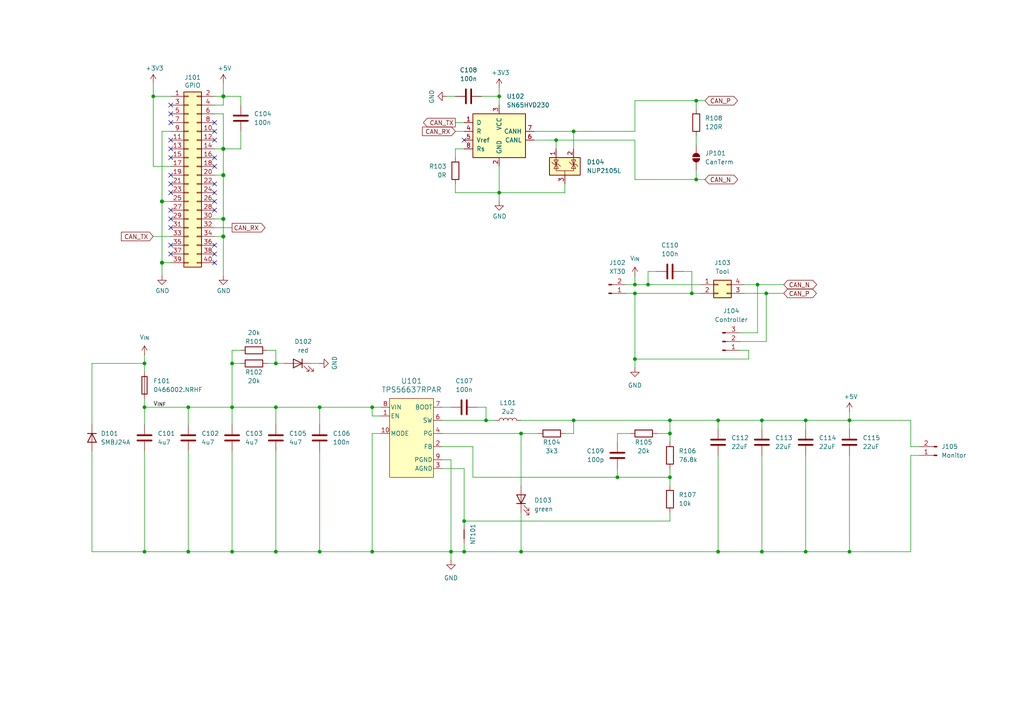
<source format=kicad_sch>
(kicad_sch (version 20250114) (generator "eeschema") (generator_version "9.0")
  (paper "A4")
  (title_block (title "Rock 5 CANbus and Power HAT") (date "15 nov 2012") (rev "0") (company "Eduard Iten") (comment 3 "Radxa ROCK 5B (V1.x). Not compatible with 5B+ or 5A/C due to Pinout changes.") (comment 4 "Compatibility:"))
  (lib_symbols
    (symbol "Connector:Conn_01x02_Pin" (pin_names (offset 1.016) (hide yes))
      (property "Reference" "J" (at 0 2.54 0))
      (property "Value" "Conn_01x02_Pin" (at 0 -5.08 0))
      (symbol "Conn_01x02_Pin_1_1"
        (rectangle (start 0.8636 0.127) (end 0 -0.127) (stroke (width 0.1524)) (fill (type outline)))
        (rectangle (start 0.8636 -2.413) (end 0 -2.667) (stroke (width 0.1524)) (fill (type outline)))
        (polyline (pts (xy 1.27 0) (xy 0.8636 0)) (stroke (width 0.1524)))
        (polyline (pts (xy 1.27 -2.54) (xy 0.8636 -2.54)) (stroke (width 0.1524)))
        (pin passive line (at 5.08 0 180) (length 3.81) (name "Pin_1") (number "1"))
        (pin passive line (at 5.08 -2.54 180) (length 3.81) (name "Pin_2") (number "2"))
      )
    )
    (symbol "Connector:Conn_01x03_Pin" (pin_names (offset 1.016) (hide yes))
      (property "Reference" "J" (at 0 5.08 0))
      (property "Value" "Conn_01x03_Pin" (at 0 -5.08 0))
      (symbol "Conn_01x03_Pin_1_1"
        (rectangle (start 0.8636 2.667) (end 0 2.413) (stroke (width 0.1524)) (fill (type outline)))
        (rectangle (start 0.8636 0.127) (end 0 -0.127) (stroke (width 0.1524)) (fill (type outline)))
        (rectangle (start 0.8636 -2.413) (end 0 -2.667) (stroke (width 0.1524)) (fill (type outline)))
        (polyline (pts (xy 1.27 2.54) (xy 0.8636 2.54)) (stroke (width 0.1524)))
        (polyline (pts (xy 1.27 0) (xy 0.8636 0)) (stroke (width 0.1524)))
        (polyline (pts (xy 1.27 -2.54) (xy 0.8636 -2.54)) (stroke (width 0.1524)))
        (pin passive line (at 5.08 2.54 180) (length 3.81) (name "Pin_1") (number "1"))
        (pin passive line (at 5.08 0 180) (length 3.81) (name "Pin_2") (number "2"))
        (pin passive line (at 5.08 -2.54 180) (length 3.81) (name "Pin_3") (number "3"))
      )
    )
    (symbol "Connector_Generic:Conn_02x02_Counter_Clockwise" (pin_names (offset 1.016) (hide yes))
      (property "Reference" "J" (at 1.27 2.54 0))
      (property "Value" "Conn_02x02_Counter_Clockwise" (at 1.27 -5.08 0))
      (symbol "Conn_02x02_Counter_Clockwise_1_1"
        (rectangle (start -1.27 1.27) (end 3.81 -3.81) (stroke (width 0.254)) (fill (type background)))
        (rectangle (start -1.27 0.127) (end 0 -0.127) (stroke (width 0.1524)))
        (rectangle (start -1.27 -2.413) (end 0 -2.667) (stroke (width 0.1524)))
        (rectangle (start 3.81 0.127) (end 2.54 -0.127) (stroke (width 0.1524)))
        (rectangle (start 3.81 -2.413) (end 2.54 -2.667) (stroke (width 0.1524)))
        (pin passive line (at -5.08 0 0) (length 3.81) (name "Pin_1") (number "1"))
        (pin passive line (at -5.08 -2.54 0) (length 3.81) (name "Pin_2") (number "2"))
        (pin passive line (at 7.62 0 180) (length 3.81) (name "Pin_4") (number "4"))
        (pin passive line (at 7.62 -2.54 180) (length 3.81) (name "Pin_3") (number "3"))
      )
    )
    (symbol "Connector_Generic:Conn_02x20_Odd_Even" (pin_names (offset 1.016) (hide yes))
      (property "Reference" "J" (at 1.27 25.4 0))
      (property "Value" "Conn_02x20_Odd_Even" (at 1.27 -27.94 0))
      (symbol "Conn_02x20_Odd_Even_1_1"
        (rectangle (start -1.27 24.13) (end 3.81 -26.67) (stroke (width 0.254)) (fill (type background)))
        (rectangle (start -1.27 22.987) (end 0 22.733) (stroke (width 0.1524)))
        (rectangle (start -1.27 20.447) (end 0 20.193) (stroke (width 0.1524)))
        (rectangle (start -1.27 17.907) (end 0 17.653) (stroke (width 0.1524)))
        (rectangle (start -1.27 15.367) (end 0 15.113) (stroke (width 0.1524)))
        (rectangle (start -1.27 12.827) (end 0 12.573) (stroke (width 0.1524)))
        (rectangle (start -1.27 10.287) (end 0 10.033) (stroke (width 0.1524)))
        (rectangle (start -1.27 7.747) (end 0 7.493) (stroke (width 0.1524)))
        (rectangle (start -1.27 5.207) (end 0 4.953) (stroke (width 0.1524)))
        (rectangle (start -1.27 2.667) (end 0 2.413) (stroke (width 0.1524)))
        (rectangle (start -1.27 0.127) (end 0 -0.127) (stroke (width 0.1524)))
        (rectangle (start -1.27 -2.413) (end 0 -2.667) (stroke (width 0.1524)))
        (rectangle (start -1.27 -4.953) (end 0 -5.207) (stroke (width 0.1524)))
        (rectangle (start -1.27 -7.493) (end 0 -7.747) (stroke (width 0.1524)))
        (rectangle (start -1.27 -10.033) (end 0 -10.287) (stroke (width 0.1524)))
        (rectangle (start -1.27 -12.573) (end 0 -12.827) (stroke (width 0.1524)))
        (rectangle (start -1.27 -15.113) (end 0 -15.367) (stroke (width 0.1524)))
        (rectangle (start -1.27 -17.653) (end 0 -17.907) (stroke (width 0.1524)))
        (rectangle (start -1.27 -20.193) (end 0 -20.447) (stroke (width 0.1524)))
        (rectangle (start -1.27 -22.733) (end 0 -22.987) (stroke (width 0.1524)))
        (rectangle (start -1.27 -25.273) (end 0 -25.527) (stroke (width 0.1524)))
        (rectangle (start 3.81 22.987) (end 2.54 22.733) (stroke (width 0.1524)))
        (rectangle (start 3.81 20.447) (end 2.54 20.193) (stroke (width 0.1524)))
        (rectangle (start 3.81 17.907) (end 2.54 17.653) (stroke (width 0.1524)))
        (rectangle (start 3.81 15.367) (end 2.54 15.113) (stroke (width 0.1524)))
        (rectangle (start 3.81 12.827) (end 2.54 12.573) (stroke (width 0.1524)))
        (rectangle (start 3.81 10.287) (end 2.54 10.033) (stroke (width 0.1524)))
        (rectangle (start 3.81 7.747) (end 2.54 7.493) (stroke (width 0.1524)))
        (rectangle (start 3.81 5.207) (end 2.54 4.953) (stroke (width 0.1524)))
        (rectangle (start 3.81 2.667) (end 2.54 2.413) (stroke (width 0.1524)))
        (rectangle (start 3.81 0.127) (end 2.54 -0.127) (stroke (width 0.1524)))
        (rectangle (start 3.81 -2.413) (end 2.54 -2.667) (stroke (width 0.1524)))
        (rectangle (start 3.81 -4.953) (end 2.54 -5.207) (stroke (width 0.1524)))
        (rectangle (start 3.81 -7.493) (end 2.54 -7.747) (stroke (width 0.1524)))
        (rectangle (start 3.81 -10.033) (end 2.54 -10.287) (stroke (width 0.1524)))
        (rectangle (start 3.81 -12.573) (end 2.54 -12.827) (stroke (width 0.1524)))
        (rectangle (start 3.81 -15.113) (end 2.54 -15.367) (stroke (width 0.1524)))
        (rectangle (start 3.81 -17.653) (end 2.54 -17.907) (stroke (width 0.1524)))
        (rectangle (start 3.81 -20.193) (end 2.54 -20.447) (stroke (width 0.1524)))
        (rectangle (start 3.81 -22.733) (end 2.54 -22.987) (stroke (width 0.1524)))
        (rectangle (start 3.81 -25.273) (end 2.54 -25.527) (stroke (width 0.1524)))
        (pin passive line (at -5.08 22.86 0) (length 3.81) (name "Pin_1") (number "1"))
        (pin passive line (at -5.08 20.32 0) (length 3.81) (name "Pin_3") (number "3"))
        (pin passive line (at -5.08 17.78 0) (length 3.81) (name "Pin_5") (number "5"))
        (pin passive line (at -5.08 15.24 0) (length 3.81) (name "Pin_7") (number "7"))
        (pin passive line (at -5.08 12.7 0) (length 3.81) (name "Pin_9") (number "9"))
        (pin passive line (at -5.08 10.16 0) (length 3.81) (name "Pin_11") (number "11"))
        (pin passive line (at -5.08 7.62 0) (length 3.81) (name "Pin_13") (number "13"))
        (pin passive line (at -5.08 5.08 0) (length 3.81) (name "Pin_15") (number "15"))
        (pin passive line (at -5.08 2.54 0) (length 3.81) (name "Pin_17") (number "17"))
        (pin passive line (at -5.08 0 0) (length 3.81) (name "Pin_19") (number "19"))
        (pin passive line (at -5.08 -2.54 0) (length 3.81) (name "Pin_21") (number "21"))
        (pin passive line (at -5.08 -5.08 0) (length 3.81) (name "Pin_23") (number "23"))
        (pin passive line (at -5.08 -7.62 0) (length 3.81) (name "Pin_25") (number "25"))
        (pin passive line (at -5.08 -10.16 0) (length 3.81) (name "Pin_27") (number "27"))
        (pin passive line (at -5.08 -12.7 0) (length 3.81) (name "Pin_29") (number "29"))
        (pin passive line (at -5.08 -15.24 0) (length 3.81) (name "Pin_31") (number "31"))
        (pin passive line (at -5.08 -17.78 0) (length 3.81) (name "Pin_33") (number "33"))
        (pin passive line (at -5.08 -20.32 0) (length 3.81) (name "Pin_35") (number "35"))
        (pin passive line (at -5.08 -22.86 0) (length 3.81) (name "Pin_37") (number "37"))
        (pin passive line (at -5.08 -25.4 0) (length 3.81) (name "Pin_39") (number "39"))
        (pin passive line (at 7.62 22.86 180) (length 3.81) (name "Pin_2") (number "2"))
        (pin passive line (at 7.62 20.32 180) (length 3.81) (name "Pin_4") (number "4"))
        (pin passive line (at 7.62 17.78 180) (length 3.81) (name "Pin_6") (number "6"))
        (pin passive line (at 7.62 15.24 180) (length 3.81) (name "Pin_8") (number "8"))
        (pin passive line (at 7.62 12.7 180) (length 3.81) (name "Pin_10") (number "10"))
        (pin passive line (at 7.62 10.16 180) (length 3.81) (name "Pin_12") (number "12"))
        (pin passive line (at 7.62 7.62 180) (length 3.81) (name "Pin_14") (number "14"))
        (pin passive line (at 7.62 5.08 180) (length 3.81) (name "Pin_16") (number "16"))
        (pin passive line (at 7.62 2.54 180) (length 3.81) (name "Pin_18") (number "18"))
        (pin passive line (at 7.62 0 180) (length 3.81) (name "Pin_20") (number "20"))
        (pin passive line (at 7.62 -2.54 180) (length 3.81) (name "Pin_22") (number "22"))
        (pin passive line (at 7.62 -5.08 180) (length 3.81) (name "Pin_24") (number "24"))
        (pin passive line (at 7.62 -7.62 180) (length 3.81) (name "Pin_26") (number "26"))
        (pin passive line (at 7.62 -10.16 180) (length 3.81) (name "Pin_28") (number "28"))
        (pin passive line (at 7.62 -12.7 180) (length 3.81) (name "Pin_30") (number "30"))
        (pin passive line (at 7.62 -15.24 180) (length 3.81) (name "Pin_32") (number "32"))
        (pin passive line (at 7.62 -17.78 180) (length 3.81) (name "Pin_34") (number "34"))
        (pin passive line (at 7.62 -20.32 180) (length 3.81) (name "Pin_36") (number "36"))
        (pin passive line (at 7.62 -22.86 180) (length 3.81) (name "Pin_38") (number "38"))
        (pin passive line (at 7.62 -25.4 180) (length 3.81) (name "Pin_40") (number "40"))
      )
    )
    (symbol "Device:C" (pin_numbers (hide yes)) (pin_names (offset 0.254))
      (property "Reference" "C" (at 0.635 2.54 0))
      (property "Value" "C" (at 0.635 -2.54 0))
      (symbol "C_0_1"
        (polyline (pts (xy -2.032 0.762) (xy 2.032 0.762)) (stroke (width 0.508)))
        (polyline (pts (xy -2.032 -0.762) (xy 2.032 -0.762)) (stroke (width 0.508)))
      )
      (symbol "C_1_1"
        (pin passive line (at 0 3.81 270) (length 2.794) (name "~") (number "1"))
        (pin passive line (at 0 -3.81 90) (length 2.794) (name "~") (number "2"))
      )
    )
    (symbol "Device:D" (pin_numbers (hide yes)) (pin_names (offset 1.016) (hide yes))
      (property "Reference" "D" (at 0 2.54 0))
      (property "Value" "D" (at 0 -2.54 0))
      (symbol "D_0_1"
        (polyline (pts (xy -1.27 1.27) (xy -1.27 -1.27)) (stroke (width 0.254)))
        (polyline (pts (xy 1.27 1.27) (xy 1.27 -1.27) (xy -1.27 0) (xy 1.27 1.27)) (stroke (width 0.254)))
        (polyline (pts (xy 1.27 0) (xy -1.27 0)))
      )
      (symbol "D_1_1"
        (pin passive line (at -3.81 0 0) (length 2.54) (name "K") (number "1"))
        (pin passive line (at 3.81 0 180) (length 2.54) (name "A") (number "2"))
      )
    )
    (symbol "Device:Fuse" (pin_numbers (hide yes)) (pin_names (offset 0))
      (property "Reference" "F" (at 2.032 0 90))
      (property "Value" "Fuse" (at -1.905 0 90))
      (symbol "Fuse_0_1"
        (rectangle (start -0.762 -2.54) (end 0.762 2.54) (stroke (width 0.254)))
        (polyline (pts (xy 0 2.54) (xy 0 -2.54)))
      )
      (symbol "Fuse_1_1"
        (pin passive line (at 0 3.81 270) (length 1.27) (name "~") (number "1"))
        (pin passive line (at 0 -3.81 90) (length 1.27) (name "~") (number "2"))
      )
    )
    (symbol "Device:L" (pin_numbers (hide yes)) (pin_names (offset 1.016) (hide yes))
      (property "Reference" "L" (at -1.27 0 90))
      (property "Value" "L" (at 1.905 0 90))
      (symbol "L_0_1"
        (arc (start 0 2.54) (mid 0.6323 1.905) (end 0 1.27))
        (arc (start 0 1.27) (mid 0.6323 0.635) (end 0 0))
        (arc (start 0 0) (mid 0.6323 -0.635) (end 0 -1.27))
        (arc (start 0 -1.27) (mid 0.6323 -1.905) (end 0 -2.54))
      )
      (symbol "L_1_1"
        (pin passive line (at 0 3.81 270) (length 1.27) (name "1") (number "1"))
        (pin passive line (at 0 -3.81 90) (length 1.27) (name "2") (number "2"))
      )
    )
    (symbol "Device:LED" (pin_numbers (hide yes)) (pin_names (offset 1.016) (hide yes))
      (property "Reference" "D" (at 0 2.54 0))
      (property "Value" "LED" (at 0 -2.54 0))
      (symbol "LED_0_1"
        (polyline (pts (xy -3.048 -0.762) (xy -4.572 -2.286) (xy -3.81 -2.286) (xy -4.572 -2.286) (xy -4.572 -1.524)))
        (polyline (pts (xy -1.778 -0.762) (xy -3.302 -2.286) (xy -2.54 -2.286) (xy -3.302 -2.286) (xy -3.302 -1.524)))
        (polyline (pts (xy -1.27 0) (xy 1.27 0)))
        (polyline (pts (xy -1.27 -1.27) (xy -1.27 1.27)) (stroke (width 0.254)))
        (polyline (pts (xy 1.27 -1.27) (xy 1.27 1.27) (xy -1.27 0) (xy 1.27 -1.27)) (stroke (width 0.254)))
      )
      (symbol "LED_1_1"
        (pin passive line (at -3.81 0 0) (length 2.54) (name "K") (number "1"))
        (pin passive line (at 3.81 0 180) (length 2.54) (name "A") (number "2"))
      )
    )
    (symbol "Device:NetTie_2" (pin_numbers (hide yes)) (pin_names (offset 0) (hide yes)) (in_bom no)
      (property "Reference" "NT" (at 0 1.27 0))
      (property "Value" "NetTie_2" (at 0 -1.27 0))
      (symbol "NetTie_2_0_1"
        (polyline (pts (xy -1.27 0) (xy 1.27 0)) (stroke (width 0.254)))
      )
      (symbol "NetTie_2_1_1"
        (pin passive line (at -2.54 0 0) (length 2.54) (name "1") (number "1"))
        (pin passive line (at 2.54 0 180) (length 2.54) (name "2") (number "2"))
      )
    )
    (symbol "Device:R" (pin_numbers (hide yes)) (pin_names (offset 0))
      (property "Reference" "R" (at 2.032 0 90))
      (property "Value" "R" (at 0 0 90))
      (symbol "R_0_1"
        (rectangle (start -1.016 -2.54) (end 1.016 2.54) (stroke (width 0.254)))
      )
      (symbol "R_1_1"
        (pin passive line (at 0 3.81 270) (length 1.27) (name "~") (number "1"))
        (pin passive line (at 0 -3.81 90) (length 1.27) (name "~") (number "2"))
      )
    )
    (symbol "Interface_CAN_LIN:SN65HVD230" (pin_names (offset 1.016))
      (property "Reference" "U" (at -2.54 10.16 0))
      (property "Value" "SN65HVD230" (at -2.54 7.62 0))
      (symbol "SN65HVD230_0_1"
        (rectangle (start -7.62 5.08) (end 7.62 -7.62) (stroke (width 0.254)) (fill (type background)))
      )
      (symbol "SN65HVD230_1_1"
        (pin input line (at -10.16 2.54 0) (length 2.54) (name "D") (number "1"))
        (pin output line (at -10.16 0 0) (length 2.54) (name "R") (number "4"))
        (pin output line (at -10.16 -2.54 0) (length 2.54) (name "Vref") (number "5"))
        (pin input line (at -10.16 -5.08 0) (length 2.54) (name "Rs") (number "8"))
        (pin power_in line (at 0 7.62 270) (length 2.54) (name "VCC") (number "3"))
        (pin power_in line (at 0 -10.16 90) (length 2.54) (name "GND") (number "2"))
        (pin bidirectional line (at 10.16 0 180) (length 2.54) (name "CANH") (number "7"))
        (pin bidirectional line (at 10.16 -2.54 180) (length 2.54) (name "CANL") (number "6"))
      )
    )
    (symbol "Jumper:SolderJumper_2_Open" (pin_numbers (hide yes)) (pin_names (offset 0) (hide yes)) (in_bom no)
      (property "Reference" "JP" (at 0 2.032 0))
      (property "Value" "SolderJumper_2_Open" (at 0 -2.54 0))
      (symbol "SolderJumper_2_Open_0_1"
        (polyline (pts (xy -0.254 1.016) (xy -0.254 -1.016)))
        (arc (start -0.254 -1.016) (mid -1.2656 0) (end -0.254 1.016))
        (arc (start -0.254 -1.016) (mid -1.2656 0) (end -0.254 1.016) (fill (type outline)))
        (arc (start 0.254 1.016) (mid 1.2656 0) (end 0.254 -1.016))
        (arc (start 0.254 1.016) (mid 1.2656 0) (end 0.254 -1.016) (fill (type outline)))
        (polyline (pts (xy 0.254 1.016) (xy 0.254 -1.016)))
      )
      (symbol "SolderJumper_2_Open_1_1"
        (pin passive line (at -3.81 0 0) (length 2.54) (name "A") (number "1"))
        (pin passive line (at 3.81 0 180) (length 2.54) (name "B") (number "2"))
      )
    )
    (symbol "Power_Protection:NUP2105L" (pin_names (hide yes))
      (property "Reference" "D" (at 5.715 2.54 0))
      (property "Value" "NUP2105L" (at 5.715 0.635 0))
      (symbol "NUP2105L_0_0"
        (pin passive line (at 0 -5.08 90) (length 2.54) (name "A") (number "3"))
      )
      (symbol "NUP2105L_0_1"
        (rectangle (start -4.445 2.54) (end 4.445 -2.54) (stroke (width 0.254)) (fill (type background)))
        (polyline (pts (xy -3.81 1.27) (xy -3.175 0.635) (xy -1.905 0.635) (xy -1.27 0)))
        (polyline (pts (xy -2.54 2.54) (xy -2.54 0.635)))
        (polyline (pts (xy -2.54 0.635) (xy -2.54 -1.27) (xy 2.54 -1.27) (xy 2.54 0.635)))
        (polyline (pts (xy -2.54 0.635) (xy -1.905 -0.635) (xy -3.175 -0.635) (xy -2.54 0.635)))
        (polyline (pts (xy -2.54 0.635) (xy -3.175 1.905) (xy -1.905 1.905) (xy -2.54 0.635) (xy -2.54 1.27)))
        (polyline (pts (xy 0 -1.27) (xy 0 -2.54)))
        (polyline (pts (xy 1.27 1.27) (xy 1.905 0.635) (xy 2.54 0.635) (xy 3.175 0.635) (xy 3.81 0)))
        (polyline (pts (xy 2.54 2.54) (xy 2.54 0.635)))
        (polyline (pts (xy 2.54 0.635) (xy 1.905 -0.635) (xy 3.175 -0.635) (xy 2.54 0.635)))
        (polyline (pts (xy 2.54 0.635) (xy 3.175 1.905) (xy 1.905 1.905) (xy 2.54 0.635)))
      )
      (symbol "NUP2105L_1_1"
        (pin passive line (at -2.54 5.08 270) (length 2.54) (name "K") (number "1"))
        (pin passive line (at 2.54 5.08 270) (length 2.54) (name "K") (number "2"))
      )
    )
    (symbol "power:+3.3V" (power) (pin_numbers (hide yes)) (pin_names (offset 0) (hide yes))
      (property "Value" "+3.3V" (at 0 3.556 0))
      (symbol "+3.3V_0_1"
        (polyline (pts (xy -0.762 1.27) (xy 0 2.54)))
        (polyline (pts (xy 0 2.54) (xy 0.762 1.27)))
        (polyline (pts (xy 0 0) (xy 0 2.54)))
      )
      (symbol "+3.3V_1_1"
        (pin power_in line (at 0 0 90) (length 0) (name "~") (number "1"))
      )
    )
    (symbol "power:+5V" (power) (pin_numbers (hide yes)) (pin_names (offset 0) (hide yes))
      (property "Value" "+5V" (at 0 3.556 0))
      (symbol "+5V_0_1"
        (polyline (pts (xy -0.762 1.27) (xy 0 2.54)))
        (polyline (pts (xy 0 2.54) (xy 0.762 1.27)))
        (polyline (pts (xy 0 0) (xy 0 2.54)))
      )
      (symbol "+5V_1_1"
        (pin power_in line (at 0 0 90) (length 0) (name "~") (number "1"))
      )
    )
    (symbol "power:GND" (power) (pin_numbers (hide yes)) (pin_names (offset 0) (hide yes))
      (property "Value" "GND" (at 0 -3.81 0))
      (symbol "GND_0_1"
        (polyline (pts (xy 0 0) (xy 0 -1.27) (xy 1.27 -1.27) (xy 0 -2.54) (xy -1.27 -1.27) (xy 0 -1.27)))
      )
      (symbol "GND_1_1"
        (pin power_in line (at 0 0 270) (length 0) (name "~") (number "1"))
      )
    )
    (symbol "power:VCC" (power) (pin_numbers (hide yes)) (pin_names (offset 0) (hide yes))
      (property "Value" "VCC" (at 0 3.556 0))
      (symbol "VCC_0_1"
        (polyline (pts (xy -0.762 1.27) (xy 0 2.54)))
        (polyline (pts (xy 0 2.54) (xy 0.762 1.27)))
        (polyline (pts (xy 0 0) (xy 0 2.54)))
      )
      (symbol "VCC_1_1"
        (pin power_in line (at 0 0 90) (length 0) (name "~") (number "1"))
      )
    )
    (symbol "project:TPS56637RPAR" (pin_names (offset 0.254))
      (property "Reference" "U" (at 0 16.51 0))
      (property "Value" "TPS56637RPAR" (at 0 13.97 0))
      (symbol "TPS56637RPAR_0_1"
        (pin power_in line (at -8.89 8.89 0) (length 2.54) (name "VIN") (number "8"))
        (pin power_in line (at -8.89 6.35 0) (length 2.54) (name "EN") (number "1"))
        (pin power_in line (at -8.89 1.27 0) (length 2.54) (name "MODE") (number "10"))
        (pin power_in line (at 8.89 8.89 180) (length 2.54) (name "BOOT") (number "7"))
        (pin power_in line (at 8.89 5.08 180) (length 2.54) (name "SW") (number "6"))
        (pin power_in line (at 8.89 1.27 180) (length 2.54) (name "PG") (number "4"))
        (pin power_in line (at 8.89 -2.54 180) (length 2.54) (name "FB") (number "2"))
        (pin power_in line (at 8.89 -6.35 180) (length 2.54) (name "PGND") (number "9"))
        (pin power_in line (at 8.89 -8.89 180) (length 2.54) (name "AGND") (number "3"))
      )
      (symbol "TPS56637RPAR_1_1"
        (rectangle (start -6.35 11.43) (end 6.35 -11.43) (fill (type background)))
        (pin no_connect line (at -8.89 -8.89 0) (length 2.54) (hide yes) (name "NC") (number "5"))
      )
    )
  )
  (junction (at 187.96 82.55))
  (junction (at 134.62 160.02))
  (junction (at 130.81 160.02))
  (junction (at 64.77 27.94) (diameter 1.016))
  (junction (at 219.71 82.55))
  (junction (at 64.77 43.18) (diameter 1.016))
  (junction (at 246.38 121.92))
  (junction (at 80.01 118.11))
  (junction (at 233.68 160.02))
  (junction (at 44.45 27.94))
  (junction (at 201.93 52.07))
  (junction (at 67.31 160.02))
  (junction (at 80.01 160.02))
  (junction (at 201.93 29.21))
  (junction (at 151.13 160.02))
  (junction (at 194.31 125.73))
  (junction (at 54.61 160.02))
  (junction (at 92.71 160.02))
  (junction (at 246.38 160.02))
  (junction (at 184.15 82.55))
  (junction (at 233.68 121.92))
  (junction (at 179.07 138.43))
  (junction (at 220.98 121.92))
  (junction (at 161.29 40.64))
  (junction (at 80.01 105.41))
  (junction (at 46.99 76.2) (diameter 1.016))
  (junction (at 184.15 85.09))
  (junction (at 220.98 160.02))
  (junction (at 46.99 58.42) (diameter 1.016))
  (junction (at 200.66 85.09))
  (junction (at 41.91 105.41))
  (junction (at 208.28 160.02))
  (junction (at 151.13 125.73))
  (junction (at 64.77 68.58) (diameter 1.016))
  (junction (at 107.95 160.02))
  (junction (at 194.31 121.92))
  (junction (at 134.62 151.13))
  (junction (at 208.28 121.92))
  (junction (at 41.91 160.02))
  (junction (at 184.15 104.14))
  (junction (at 92.71 118.11))
  (junction (at 194.31 138.43))
  (junction (at 67.31 118.11))
  (junction (at 144.78 27.94))
  (junction (at 140.97 121.92))
  (junction (at 54.61 118.11))
  (junction (at 64.77 63.5) (diameter 1.016))
  (junction (at 166.37 38.1))
  (junction (at 64.77 50.8) (diameter 1.016))
  (junction (at 67.31 105.41))
  (junction (at 107.95 118.11))
  (junction (at 144.78 55.88))
  (junction (at 222.25 85.09))
  (junction (at 166.37 121.92))
  (junction (at 41.91 118.11))
  (no_connect (at 62.23 38.1))
  (no_connect (at 62.23 55.88))
  (no_connect (at 49.53 30.48))
  (no_connect (at 62.23 58.42))
  (no_connect (at 134.62 40.64))
  (no_connect (at 62.23 71.12))
  (no_connect (at 49.53 35.56))
  (no_connect (at 62.23 48.26))
  (no_connect (at 49.53 73.66))
  (no_connect (at 49.53 60.96))
  (no_connect (at 49.53 55.88))
  (no_connect (at 49.53 43.18))
  (no_connect (at 62.23 45.72))
  (no_connect (at 62.23 76.2))
  (no_connect (at 49.53 33.02))
  (no_connect (at 49.53 66.04))
  (no_connect (at 62.23 40.64))
  (no_connect (at 62.23 73.66))
  (no_connect (at 49.53 71.12))
  (no_connect (at 49.53 63.5))
  (no_connect (at 49.53 40.64))
  (no_connect (at 62.23 60.96))
  (no_connect (at 62.23 35.56))
  (no_connect (at 62.23 53.34))
  (no_connect (at 49.53 45.72))
  (no_connect (at 49.53 50.8))
  (no_connect (at 49.53 53.34))
  (wire (pts (xy 69.85 101.6) (xy 67.31 101.6)))
  (wire (pts (xy 46.99 58.42) (xy 46.99 76.2)))
  (wire (pts (xy 80.01 160.02) (xy 92.71 160.02)))
  (wire (pts (xy 80.01 123.19) (xy 80.01 118.11)))
  (wire (pts (xy 151.13 125.73) (xy 156.21 125.73)))
  (wire (pts (xy 67.31 105.41) (xy 69.85 105.41)))
  (wire (pts (xy 215.9 82.55) (xy 219.71 82.55)))
  (wire (pts (xy 134.62 135.89) (xy 134.62 151.13)))
  (wire (pts (xy 64.77 33.02) (xy 64.77 43.18)))
  (wire (pts (xy 107.95 120.65) (xy 107.95 118.11)))
  (wire (pts (xy 266.7 132.08) (xy 264.16 132.08)))
  (wire (pts (xy 64.77 50.8) (xy 62.23 50.8)))
  (wire (pts (xy 41.91 102.87) (xy 41.91 105.41)))
  (wire (pts (xy 44.45 68.58) (xy 49.53 68.58)))
  (wire (pts (xy 54.61 118.11) (xy 54.61 123.19)))
  (wire (pts (xy 132.08 45.72) (xy 132.08 43.18)))
  (wire (pts (xy 64.77 63.5) (xy 64.77 68.58)))
  (wire (pts (xy 41.91 105.41) (xy 41.91 107.95)))
  (wire (pts (xy 214.63 99.06) (xy 222.25 99.06)))
  (wire (pts (xy 92.71 118.11) (xy 107.95 118.11)))
  (wire (pts (xy 92.71 160.02) (xy 107.95 160.02)))
  (wire (pts (xy 246.38 132.08) (xy 246.38 160.02)))
  (wire (pts (xy 219.71 82.55) (xy 227.33 82.55)))
  (wire (pts (xy 179.07 128.27) (xy 179.07 125.73)))
  (wire (pts (xy 69.85 38.1) (xy 69.85 43.18)))
  (wire (pts (xy 184.15 104.14) (xy 217.17 104.14)))
  (wire (pts (xy 132.08 38.1) (xy 134.62 38.1)))
  (wire (pts (xy 64.77 50.8) (xy 64.77 63.5)))
  (wire (pts (xy 151.13 148.59) (xy 151.13 160.02)))
  (wire (pts (xy 140.97 121.92) (xy 143.51 121.92)))
  (wire (pts (xy 220.98 132.08) (xy 220.98 160.02)))
  (wire (pts (xy 46.99 38.1) (xy 46.99 58.42)))
  (wire (pts (xy 128.27 121.92) (xy 140.97 121.92)))
  (wire (pts (xy 69.85 27.94) (xy 69.85 30.48)))
  (wire (pts (xy 67.31 118.11) (xy 80.01 118.11)))
  (wire (pts (xy 184.15 38.1) (xy 184.15 29.21)))
  (wire (pts (xy 54.61 118.11) (xy 67.31 118.11)))
  (wire (pts (xy 46.99 38.1) (xy 49.53 38.1)))
  (wire (pts (xy 184.15 82.55) (xy 184.15 80.01)))
  (wire (pts (xy 41.91 118.11) (xy 54.61 118.11)))
  (wire (pts (xy 222.25 85.09) (xy 227.33 85.09)))
  (wire (pts (xy 77.47 101.6) (xy 80.01 101.6)))
  (wire (pts (xy 194.31 151.13) (xy 134.62 151.13)))
  (wire (pts (xy 134.62 151.13) (xy 134.62 152.4)))
  (wire (pts (xy 184.15 52.07) (xy 201.93 52.07)))
  (wire (pts (xy 220.98 121.92) (xy 220.98 124.46)))
  (wire (pts (xy 151.13 160.02) (xy 208.28 160.02)))
  (wire (pts (xy 194.31 121.92) (xy 208.28 121.92)))
  (wire (pts (xy 201.93 49.53) (xy 201.93 52.07)))
  (wire (pts (xy 184.15 40.64) (xy 184.15 52.07)))
  (wire (pts (xy 222.25 99.06) (xy 222.25 85.09)))
  (wire (pts (xy 217.17 101.6) (xy 217.17 104.14)))
  (wire (pts (xy 166.37 125.73) (xy 166.37 121.92)))
  (wire (pts (xy 215.9 85.09) (xy 222.25 85.09)))
  (wire (pts (xy 187.96 82.55) (xy 203.2 82.55)))
  (wire (pts (xy 46.99 58.42) (xy 49.53 58.42)))
  (wire (pts (xy 201.93 52.07) (xy 204.47 52.07)))
  (wire (pts (xy 128.27 125.73) (xy 151.13 125.73)))
  (wire (pts (xy 264.16 121.92) (xy 264.16 129.54)))
  (wire (pts (xy 80.01 130.81) (xy 80.01 160.02)))
  (wire (pts (xy 46.99 76.2) (xy 46.99 80.01)))
  (wire (pts (xy 44.45 24.13) (xy 44.45 27.94)))
  (wire (pts (xy 184.15 104.14) (xy 184.15 106.68)))
  (wire (pts (xy 77.47 105.41) (xy 80.01 105.41)))
  (wire (pts (xy 90.17 105.41) (xy 92.71 105.41)))
  (wire (pts (xy 140.97 121.92) (xy 140.97 118.11)))
  (wire (pts (xy 44.45 27.94) (xy 44.45 48.26)))
  (wire (pts (xy 41.91 160.02) (xy 54.61 160.02)))
  (wire (pts (xy 107.95 118.11) (xy 110.49 118.11)))
  (wire (pts (xy 140.97 118.11) (xy 138.43 118.11)))
  (wire (pts (xy 54.61 130.81) (xy 54.61 160.02)))
  (wire (pts (xy 194.31 148.59) (xy 194.31 151.13)))
  (wire (pts (xy 62.23 66.04) (xy 67.31 66.04)))
  (wire (pts (xy 64.77 68.58) (xy 62.23 68.58)))
  (wire (pts (xy 41.91 115.57) (xy 41.91 118.11)))
  (wire (pts (xy 41.91 123.19) (xy 41.91 118.11)))
  (wire (pts (xy 233.68 121.92) (xy 233.68 124.46)))
  (wire (pts (xy 132.08 35.56) (xy 134.62 35.56)))
  (wire (pts (xy 54.61 160.02) (xy 67.31 160.02)))
  (wire (pts (xy 214.63 101.6) (xy 217.17 101.6)))
  (wire (pts (xy 26.67 130.81) (xy 26.67 160.02)))
  (wire (pts (xy 92.71 130.81) (xy 92.71 160.02)))
  (wire (pts (xy 44.45 48.26) (xy 49.53 48.26)))
  (wire (pts (xy 233.68 121.92) (xy 246.38 121.92)))
  (wire (pts (xy 144.78 48.26) (xy 144.78 55.88)))
  (wire (pts (xy 64.77 27.94) (xy 64.77 30.48)))
  (wire (pts (xy 67.31 130.81) (xy 67.31 160.02)))
  (wire (pts (xy 208.28 160.02) (xy 220.98 160.02)))
  (wire (pts (xy 64.77 43.18) (xy 64.77 50.8)))
  (wire (pts (xy 154.94 40.64) (xy 161.29 40.64)))
  (wire (pts (xy 200.66 85.09) (xy 203.2 85.09)))
  (wire (pts (xy 64.77 43.18) (xy 62.23 43.18)))
  (wire (pts (xy 130.81 160.02) (xy 134.62 160.02)))
  (wire (pts (xy 179.07 138.43) (xy 194.31 138.43)))
  (wire (pts (xy 128.27 118.11) (xy 130.81 118.11)))
  (wire (pts (xy 44.45 27.94) (xy 49.53 27.94)))
  (wire (pts (xy 64.77 24.13) (xy 64.77 27.94)))
  (wire (pts (xy 137.16 138.43) (xy 179.07 138.43)))
  (wire (pts (xy 264.16 160.02) (xy 246.38 160.02)))
  (wire (pts (xy 67.31 160.02) (xy 80.01 160.02)))
  (wire (pts (xy 64.77 27.94) (xy 62.23 27.94)))
  (wire (pts (xy 137.16 129.54) (xy 128.27 129.54)))
  (wire (pts (xy 130.81 160.02) (xy 130.81 162.56)))
  (wire (pts (xy 26.67 105.41) (xy 26.67 123.19)))
  (wire (pts (xy 26.67 160.02) (xy 41.91 160.02)))
  (wire (pts (xy 184.15 29.21) (xy 201.93 29.21)))
  (wire (pts (xy 139.7 27.94) (xy 144.78 27.94)))
  (wire (pts (xy 137.16 129.54) (xy 137.16 138.43)))
  (wire (pts (xy 129.54 27.94) (xy 132.08 27.94)))
  (wire (pts (xy 151.13 121.92) (xy 166.37 121.92)))
  (wire (pts (xy 26.67 105.41) (xy 41.91 105.41)))
  (wire (pts (xy 144.78 27.94) (xy 144.78 30.48)))
  (wire (pts (xy 69.85 43.18) (xy 64.77 43.18)))
  (wire (pts (xy 67.31 118.11) (xy 67.31 123.19)))
  (wire (pts (xy 154.94 38.1) (xy 166.37 38.1)))
  (wire (pts (xy 144.78 55.88) (xy 144.78 58.42)))
  (wire (pts (xy 201.93 29.21) (xy 201.93 31.75)))
  (wire (pts (xy 264.16 129.54) (xy 266.7 129.54)))
  (wire (pts (xy 64.77 27.94) (xy 69.85 27.94)))
  (wire (pts (xy 163.83 125.73) (xy 166.37 125.73)))
  (wire (pts (xy 194.31 135.89) (xy 194.31 138.43)))
  (wire (pts (xy 208.28 121.92) (xy 208.28 124.46)))
  (wire (pts (xy 179.07 125.73) (xy 182.88 125.73)))
  (wire (pts (xy 128.27 135.89) (xy 134.62 135.89)))
  (wire (pts (xy 220.98 160.02) (xy 233.68 160.02)))
  (wire (pts (xy 64.77 30.48) (xy 62.23 30.48)))
  (wire (pts (xy 130.81 133.35) (xy 128.27 133.35)))
  (wire (pts (xy 151.13 125.73) (xy 151.13 140.97)))
  (wire (pts (xy 144.78 25.4) (xy 144.78 27.94)))
  (wire (pts (xy 107.95 125.73) (xy 107.95 160.02)))
  (wire (pts (xy 163.83 55.88) (xy 144.78 55.88)))
  (wire (pts (xy 110.49 120.65) (xy 107.95 120.65)))
  (wire (pts (xy 80.01 118.11) (xy 92.71 118.11)))
  (wire (pts (xy 219.71 82.55) (xy 219.71 96.52)))
  (wire (pts (xy 184.15 82.55) (xy 187.96 82.55)))
  (wire (pts (xy 190.5 125.73) (xy 194.31 125.73)))
  (wire (pts (xy 130.81 133.35) (xy 130.81 160.02)))
  (wire (pts (xy 194.31 138.43) (xy 194.31 140.97)))
  (wire (pts (xy 46.99 76.2) (xy 49.53 76.2)))
  (wire (pts (xy 220.98 121.92) (xy 233.68 121.92)))
  (wire (pts (xy 194.31 121.92) (xy 194.31 125.73)))
  (wire (pts (xy 190.5 78.74) (xy 187.96 78.74)))
  (wire (pts (xy 166.37 38.1) (xy 184.15 38.1)))
  (wire (pts (xy 64.77 33.02) (xy 62.23 33.02)))
  (wire (pts (xy 132.08 55.88) (xy 144.78 55.88)))
  (wire (pts (xy 41.91 130.81) (xy 41.91 160.02)))
  (wire (pts (xy 166.37 38.1) (xy 166.37 43.18)))
  (wire (pts (xy 246.38 119.38) (xy 246.38 121.92)))
  (wire (pts (xy 181.61 82.55) (xy 184.15 82.55)))
  (wire (pts (xy 134.62 160.02) (xy 151.13 160.02)))
  (wire (pts (xy 208.28 121.92) (xy 220.98 121.92)))
  (wire (pts (xy 246.38 121.92) (xy 246.38 124.46)))
  (wire (pts (xy 198.12 78.74) (xy 200.66 78.74)))
  (wire (pts (xy 201.93 39.37) (xy 201.93 41.91)))
  (wire (pts (xy 107.95 160.02) (xy 130.81 160.02)))
  (wire (pts (xy 179.07 135.89) (xy 179.07 138.43)))
  (wire (pts (xy 163.83 53.34) (xy 163.83 55.88)))
  (wire (pts (xy 134.62 157.48) (xy 134.62 160.02)))
  (wire (pts (xy 132.08 43.18) (xy 134.62 43.18)))
  (wire (pts (xy 64.77 68.58) (xy 64.77 80.01)))
  (wire (pts (xy 92.71 123.19) (xy 92.71 118.11)))
  (wire (pts (xy 233.68 132.08) (xy 233.68 160.02)))
  (wire (pts (xy 67.31 105.41) (xy 67.31 118.11)))
  (wire (pts (xy 204.47 29.21) (xy 201.93 29.21)))
  (wire (pts (xy 161.29 40.64) (xy 184.15 40.64)))
  (wire (pts (xy 200.66 78.74) (xy 200.66 85.09)))
  (wire (pts (xy 246.38 121.92) (xy 264.16 121.92)))
  (wire (pts (xy 194.31 125.73) (xy 194.31 128.27)))
  (wire (pts (xy 110.49 125.73) (xy 107.95 125.73)))
  (wire (pts (xy 64.77 63.5) (xy 62.23 63.5)))
  (wire (pts (xy 80.01 101.6) (xy 80.01 105.41)))
  (wire (pts (xy 161.29 40.64) (xy 161.29 43.18)))
  (wire (pts (xy 187.96 78.74) (xy 187.96 82.55)))
  (wire (pts (xy 166.37 121.92) (xy 194.31 121.92)))
  (wire (pts (xy 184.15 85.09) (xy 200.66 85.09)))
  (wire (pts (xy 181.61 85.09) (xy 184.15 85.09)))
  (wire (pts (xy 208.28 132.08) (xy 208.28 160.02)))
  (wire (pts (xy 184.15 85.09) (xy 184.15 104.14)))
  (wire (pts (xy 80.01 105.41) (xy 82.55 105.41)))
  (wire (pts (xy 264.16 132.08) (xy 264.16 160.02)))
  (wire (pts (xy 233.68 160.02) (xy 246.38 160.02)))
  (wire (pts (xy 67.31 101.6) (xy 67.31 105.41)))
  (wire (pts (xy 132.08 53.34) (xy 132.08 55.88)))
  (wire (pts (xy 214.63 96.52) (xy 219.71 96.52)))
  (label "V_{INF}" (at 44.45 118.11 0))
  (global_label "CAN_P" (shape bidirectional) (at 204.47 29.21 0) (property "Intersheetrefs" "${INTERSHEET_REFS}" (effects (hide yes))))
  (global_label "CAN_RX" (shape output) (at 67.31 66.04 0) (property "Intersheetrefs" "${INTERSHEET_REFS}" (effects (hide yes))))
  (global_label "CAN_N" (shape bidirectional) (at 204.47 52.07 0) (property "Intersheetrefs" "${INTERSHEET_REFS}" (effects (hide yes))))
  (global_label "CAN_RX" (shape input) (at 132.08 38.1 180) (property "Intersheetrefs" "${INTERSHEET_REFS}" (effects (hide yes))))
  (global_label "CAN_TX" (shape output) (at 132.08 35.56 180) (property "Intersheetrefs" "${INTERSHEET_REFS}" (effects (hide yes))))
  (global_label "CAN_P" (shape bidirectional) (at 227.33 85.09 0) (property "Intersheetrefs" "${INTERSHEET_REFS}" (effects (hide yes))))
  (global_label "CAN_TX" (shape input) (at 44.45 68.58 180) (property "Intersheetrefs" "${INTERSHEET_REFS}" (effects (hide yes))))
  (global_label "CAN_N" (shape bidirectional) (at 227.33 82.55 0) (property "Intersheetrefs" "${INTERSHEET_REFS}" (effects (hide yes))))
  (symbol (lib_id "power:+5V") (at 64.77 24.13 0) (unit 1)
    (property "Reference" "#PWR0104" (effects (hide yes)))
    (property "Value" "+5V" (at 65.1383 19.8056 0))
    (property "Description" "Power symbol creates a global label with name \"+5V\"" (effects (hide yes)))
  )
  (symbol (lib_id "power:+3.3V") (at 44.45 24.13 0) (unit 1)
    (property "Reference" "#PWR0102" (effects (hide yes)))
    (property "Value" "+3V3" (at 44.8183 19.8056 0))
    (property "Description" "Power symbol creates a global label with name \"+3.3V\"" (effects (hide yes)))
  )
  (symbol (lib_id "power:GND") (at 64.77 80.01 0) (unit 1)
    (property "Reference" "#PWR0105" (effects (hide yes)))
    (property "Value" "GND" (at 64.8843 84.3344 0))
    (property "Description" "Power symbol creates a global label with name \"GND\" , ground" (effects (hide yes)))
  )
  (symbol (lib_id "power:GND") (at 46.99 80.01 0) (unit 1)
    (property "Reference" "#PWR0103" (effects (hide yes)))
    (property "Value" "GND" (at 47.1043 84.3344 0))
    (property "Description" "Power symbol creates a global label with name \"GND\" , ground" (effects (hide yes)))
  )
  (symbol (lib_id "Connector_Generic:Conn_02x20_Odd_Even") (at 54.61 50.8 0) (unit 1)
    (property "Reference" "J101" (at 55.88 22.4598 0))
    (property "Value" "GPIO" (at 55.88 24.765 0))
    (property "Footprint" "Connector_PinSocket_2.54mm:PinSocket_2x20_P2.54mm_Vertical" (effects (hide yes)))
    (property "Description" "Generic connector, double row, 02x20, odd/even pin numbering scheme (row 1 odd numbers, row 2 even numbers), script generated (kicad-library-utils/schlib/autogen/connector/)" (effects (hide yes)))
    (property "LCSC Part #" "C5307344" (effects (hide yes)))
    (property "Manufacturer Part #" "     C5307344" (effects (hide yes)))
  )
  (symbol (lib_id "Device:C") (at 80.01 127 0) (unit 1)
    (property "Reference" "C105" (at 83.82 125.7299 0) (effects (justify left)))
    (property "Value" "4u7" (at 83.82 128.2699 0) (effects (justify left)))
    (property "Footprint" "Capacitor_SMD:C_1206_3216Metric" (effects (hide yes)))
    (property "Description" "Unpolarized capacitor" (effects (hide yes)))
    (property "LCSC Part #" "C29823" (effects (hide yes)))
    (property "Manufacturer Part #" "1206B475K500NT" (effects (hide yes)))
  )
  (symbol (lib_id "Connector:Conn_01x02_Pin") (at 176.53 85.09 0) (mirror x) (unit 1)
    (property "Reference" "J102" (at 179.07 76.2 0))
    (property "Value" "XT30" (at 179.07 78.74 0))
    (property "Footprint" "Connector_AMASS:AMASS_XT30PW-M_1x02_P2.50mm_Horizontal" (effects (hide yes)))
    (property "Description" "Generic connector, single row, 01x02, script generated" (effects (hide yes)))
    (property "LCSC Part #" "C431092" (effects (hide yes)))
    (property "Manufacturer Part #" "XT30PW-M30.G.Y" (effects (hide yes)))
    (property "FT Rotation Offset" "180" (effects (hide yes)))
  )
  (symbol (lib_id "project:TPS56637RPAR") (at 119.38 127 0) (unit 1)
    (property "Reference" "U101" (at 119.38 110.49 0) (effects (font (size 1.524 1.524))))
    (property "Value" "TPS56637RPAR" (at 119.38 113.03 0) (effects (font (size 1.524 1.524))))
    (property "Footprint" "project:RPA0010A" (effects (hide yes)))
    (property "Datasheet" "https://www.ti.com/lit/gpn/tps56637" (effects (hide yes)))
    (property "Manufacturer Part #" "TPS56637RPAR" (effects (hide yes)))
    (property "LCSC Part #" "C841386" (effects (hide yes)))
  )
  (symbol (lib_id "Device:R") (at 73.66 101.6 90) (unit 1)
    (property "Reference" "R101" (at 73.66 99.06 90))
    (property "Value" "20k" (at 73.66 96.52 90))
    (property "Footprint" "Resistor_SMD:R_0402_1005Metric" (effects (hide yes)))
    (property "Description" "Resistor" (effects (hide yes)))
    (property "LCSC Part #" "C25765" (effects (hide yes)))
    (property "Manufacturer Part #" "0402WGF2002TCE" (effects (hide yes)))
  )
  (symbol (lib_id "Interface_CAN_LIN:SN65HVD230") (at 144.78 38.1 0) (unit 1)
    (property "Reference" "U102" (at 146.9233 27.94 0) (effects (justify left)))
    (property "Value" "SN65HVD230" (at 146.9233 30.48 0) (effects (justify left)))
    (property "Footprint" "Package_SO:SOIC-8_3.9x4.9mm_P1.27mm" (effects (hide yes)))
    (property "Datasheet" "http://www.ti.com/lit/ds/symlink/sn65hvd230.pdf" (effects (hide yes)))
    (property "Description" "CAN Bus Transceivers, 3.3V, 1Mbps, Low-Power capabilities, SOIC-8" (effects (hide yes)))
    (property "LCSC Part #" "C12084" (effects (hide yes)))
    (property "Manufacturer Part #" "SN65HVD230DR" (effects (hide yes)))
  )
  (symbol (lib_id "Device:R") (at 194.31 144.78 0) (unit 1)
    (property "Reference" "R107" (at 196.85 143.5099 0) (effects (justify left)))
    (property "Value" "10k" (at 196.85 146.0499 0) (effects (justify left)))
    (property "Footprint" "Resistor_SMD:R_0402_1005Metric" (effects (hide yes)))
    (property "Description" "Resistor" (effects (hide yes)))
    (property "LCSC Part #" "0402WGF1002TCE" (effects (hide yes)))
    (property "Manufacturer Part #" "0402WGF1200TCE" (effects (hide yes)))
  )
  (symbol (lib_id "Device:R") (at 194.31 132.08 0) (unit 1)
    (property "Reference" "R106" (at 196.85 130.8099 0) (effects (justify left)))
    (property "Value" "76.8k" (at 196.85 133.35 0) (effects (justify left)))
    (property "Footprint" "Resistor_SMD:R_0402_1005Metric" (effects (hide yes)))
    (property "Description" "Resistor" (effects (hide yes)))
    (property "LCSC Part #" "C26987" (effects (hide yes)))
    (property "Manufacturer Part #" "0402WGF7682TCE" (effects (hide yes)))
  )
  (symbol (lib_id "power:+3.3V") (at 144.78 25.4 0) (unit 1)
    (property "Reference" "#PWR0109" (effects (hide yes)))
    (property "Value" "+3V3" (at 145.1483 21.0756 0))
    (property "Description" "Power symbol creates a global label with name \"+3.3V\"" (effects (hide yes)))
  )
  (symbol (lib_id "Device:C") (at 194.31 78.74 270) (unit 1)
    (property "Reference" "C110" (at 194.31 71.12 90))
    (property "Value" "100n" (at 194.31 73.66 90))
    (property "Footprint" "Capacitor_SMD:C_0402_1005Metric" (effects (hide yes)))
    (property "Description" "Unpolarized capacitor" (effects (hide yes)))
    (property "LCSC Part #" "C1525" (effects (hide yes)))
    (property "Manufacturer Part #" "CL05B104KO5NNNC" (effects (hide yes)))
  )
  (symbol (lib_id "Device:C") (at 69.85 34.29 180) (unit 1)
    (property "Reference" "C104" (at 73.66 33.0199 0) (effects (justify right)))
    (property "Value" "100n" (at 73.66 35.5599 0) (effects (justify right)))
    (property "Footprint" "Capacitor_SMD:C_0402_1005Metric" (effects (hide yes)))
    (property "Description" "Unpolarized capacitor" (effects (hide yes)))
    (property "LCSC Part #" "C1525" (effects (hide yes)))
    (property "Manufacturer Part #" "CL05B104KO5NNNC" (effects (hide yes)))
  )
  (symbol (lib_id "Device:L") (at 147.32 121.92 90) (unit 1)
    (property "Reference" "L101" (at 147.32 116.84 90))
    (property "Value" "2u2" (at 147.32 119.38 90))
    (property "Footprint" "Inductor_SMD:L_Changjiang_FXL1350" (effects (hide yes)))
    (property "Description" "Inductor" (effects (hide yes)))
    (property "LCSC Part #" "C2847569" (effects (hide yes)))
    (property "Manufacturer Part #" "MDA1350-2R2M" (effects (hide yes)))
  )
  (symbol (lib_id "Jumper:SolderJumper_2_Open") (at 201.93 45.72 90) (unit 1) (in_bom no)
    (property "Reference" "JP101" (at 204.47 44.4499 90) (effects (justify right)))
    (property "Value" "CanTerm" (at 204.47 46.9899 90) (effects (justify right)))
    (property "Footprint" "Jumper:SolderJumper-2_P1.3mm_Open_TrianglePad1.0x1.5mm" (effects (hide yes)))
    (property "Description" "Solder Jumper, 2-pole, open" (effects (hide yes)))
  )
  (symbol (lib_id "Connector_Generic:Conn_02x02_Counter_Clockwise") (at 208.28 82.55 0) (unit 1)
    (property "Reference" "J103" (at 209.55 76.2 0))
    (property "Value" "Tool" (at 209.55 78.74 0))
    (property "Footprint" "Connector_Molex:Molex_Micro-Fit_3.0_43045-0400_2x02_P3.00mm_Horizontal" (effects (hide yes)))
    (property "Description" "Generic connector, double row, 02x02, counter clockwise pin numbering scheme (similar to DIP package numbering), script generated (kicad-library-utils/schlib/autogen/connector/)" (effects (hide yes)))
    (property "LCSC Part #" "C122413" (effects (hide yes)))
    (property "Manufacturer Part #" "430450400" (effects (hide yes)))
    (property "FT Rotation Offset" "180" (effects (hide yes)))
  )
  (symbol (lib_id "Device:C") (at 92.71 127 0) (unit 1)
    (property "Reference" "C106" (at 96.52 125.7299 0) (effects (justify left)))
    (property "Value" "100n" (at 96.52 128.2699 0) (effects (justify left)))
    (property "Footprint" "Capacitor_SMD:C_0402_1005Metric" (effects (hide yes)))
    (property "Description" "Unpolarized capacitor" (effects (hide yes)))
    (property "LCSC Part #" "C1525" (effects (hide yes)))
    (property "Manufacturer Part #" "CL05B104KO5NNNC" (effects (hide yes)))
  )
  (symbol (lib_id "Power_Protection:NUP2105L") (at 163.83 48.26 0) (unit 1)
    (property "Reference" "D104" (at 170.18 46.9899 0) (effects (justify left)))
    (property "Value" "NUP2105L" (at 170.18 49.5299 0) (effects (justify left)))
    (property "Footprint" "Package_TO_SOT_SMD:SOT-23" (effects (hide yes)))
    (property "Datasheet" "https://www.onsemi.com/pub_link/Collateral/NUP2105L-D.PDF" (effects (hide yes)))
    (property "Description" "Dual Line CAN Bus Protector, 24Vrwm" (effects (hide yes)))
    (property "LCSC Part #" "C14486" (effects (hide yes)))
    (property "Manufacturer Part #" "NUP2105LT1G" (effects (hide yes)))
  )
  (symbol (lib_id "Connector:Conn_01x02_Pin") (at 271.78 132.08 180) (unit 1)
    (property "Reference" "J105" (at 273.05 129.5399 0) (effects (justify right)))
    (property "Value" "Monitor" (at 273.05 132.0799 0) (effects (justify right)))
    (property "Footprint" "Connector_Molex:Molex_Micro-Fit_3.0_43650-0200_1x02_P3.00mm_Horizontal" (effects (hide yes)))
    (property "Description" "Generic connector, single row, 01x02, script generated" (effects (hide yes)))
    (property "LCSC Part #" "C192562" (effects (hide yes)))
    (property "Manufacturer Part #" "436500200" (effects (hide yes)))
    (property "FT Rotation Offset" "180" (effects (hide yes)))
  )
  (symbol (lib_id "power:VCC") (at 184.15 80.01 0) (unit 1)
    (property "Reference" "#PWR0111" (effects (hide yes)))
    (property "Value" "V_{IN}" (at 184.15 74.93 0))
    (property "Description" "Power symbol creates a global label with name \"VCC\"" (effects (hide yes)))
  )
  (symbol (lib_id "Device:C") (at 208.28 128.27 0) (unit 1)
    (property "Reference" "C112" (at 212.09 126.9999 0) (effects (justify left)))
    (property "Value" "22uF" (at 212.09 129.5399 0) (effects (justify left)))
    (property "Footprint" "Capacitor_SMD:C_1206_3216Metric" (effects (hide yes)))
    (property "Description" "Unpolarized capacitor" (effects (hide yes)))
    (property "LCSC Part #" "C87996" (effects (hide yes)))
    (property "Manufacturer Part #" "CL31B226KPHNNNE" (effects (hide yes)))
  )
  (symbol (lib_id "power:GND") (at 130.81 162.56 0) (unit 1)
    (property "Reference" "#PWR0108" (effects (hide yes)))
    (property "Value" "GND" (at 130.81 167.64 0))
    (property "Description" "Power symbol creates a global label with name \"GND\" , ground" (effects (hide yes)))
  )
  (symbol (lib_id "Device:R") (at 186.69 125.73 270) (unit 1)
    (property "Reference" "R105" (at 186.69 128.27 90))
    (property "Value" "20k" (at 186.69 130.81 90))
    (property "Footprint" "Resistor_SMD:R_0402_1005Metric" (effects (hide yes)))
    (property "Description" "Resistor" (effects (hide yes)))
    (property "LCSC Part #" "C25765" (effects (hide yes)))
    (property "Manufacturer Part #" "0402WGF2002TCE" (effects (hide yes)))
  )
  (symbol (lib_id "Device:R") (at 160.02 125.73 270) (unit 1)
    (property "Reference" "R104" (at 160.02 128.27 90))
    (property "Value" "3k3" (at 160.02 130.81 90))
    (property "Footprint" "Resistor_SMD:R_0402_1005Metric" (effects (hide yes)))
    (property "Description" "Resistor" (effects (hide yes)))
    (property "LCSC Part #" "C270612" (effects (hide yes)))
    (property "Manufacturer Part #" "0402WGF330KTCE" (effects (hide yes)))
  )
  (symbol (lib_id "Device:C") (at 233.68 128.27 0) (unit 1)
    (property "Reference" "C114" (at 237.49 126.9999 0) (effects (justify left)))
    (property "Value" "22uF" (at 237.49 129.5399 0) (effects (justify left)))
    (property "Footprint" "Capacitor_SMD:C_1206_3216Metric" (effects (hide yes)))
    (property "Description" "Unpolarized capacitor" (effects (hide yes)))
    (property "LCSC Part #" "C87996" (effects (hide yes)))
    (property "Manufacturer Part #" "CL31B226KPHNNNE" (effects (hide yes)))
  )
  (symbol (lib_id "Device:C") (at 220.98 128.27 0) (unit 1)
    (property "Reference" "C113" (at 224.79 126.9999 0) (effects (justify left)))
    (property "Value" "22uF" (at 224.79 129.5399 0) (effects (justify left)))
    (property "Footprint" "Capacitor_SMD:C_1206_3216Metric" (effects (hide yes)))
    (property "Description" "Unpolarized capacitor" (effects (hide yes)))
    (property "LCSC Part #" "C87996" (effects (hide yes)))
    (property "Manufacturer Part #" "CL31B226KPHNNNE" (effects (hide yes)))
  )
  (symbol (lib_id "Device:C") (at 67.31 127 0) (unit 1)
    (property "Reference" "C103" (at 71.12 125.7299 0) (effects (justify left)))
    (property "Value" "4u7" (at 71.12 128.2699 0) (effects (justify left)))
    (property "Footprint" "Capacitor_SMD:C_1206_3216Metric" (effects (hide yes)))
    (property "Description" "Unpolarized capacitor" (effects (hide yes)))
    (property "LCSC Part #" "C29823" (effects (hide yes)))
    (property "Manufacturer Part #" "1206B475K500NT" (effects (hide yes)))
  )
  (symbol (lib_id "Device:LED") (at 86.36 105.41 0) (mirror y) (unit 1)
    (property "Reference" "D102" (at 87.9475 99.06 0))
    (property "Value" "red" (at 87.9475 101.6 0))
    (property "Footprint" "LED_SMD:LED_0805_2012Metric" (effects (hide yes)))
    (property "Description" "Light emitting diode" (effects (hide yes)))
    (property "Sim.Pins" "1=K 2=A" (effects (hide yes)))
    (property "Manufacturer Part #" "NCD0805R1" (effects (hide yes)))
    (property "LCSC Part #" "C84256" (effects (hide yes)))
  )
  (symbol (lib_id "Device:C") (at 179.07 132.08 0) (unit 1)
    (property "Reference" "C109" (at 175.26 130.8099 0) (effects (justify right)))
    (property "Value" "100p" (at 175.26 133.3499 0) (effects (justify right)))
    (property "Footprint" "Capacitor_SMD:C_0402_1005Metric" (effects (hide yes)))
    (property "Description" "Unpolarized capacitor" (effects (hide yes)))
    (property "LCSC Part #" "C1546" (effects (hide yes)))
    (property "Manufacturer Part #" "0402CG101J500NT" (effects (hide yes)))
  )
  (symbol (lib_id "Device:R") (at 201.93 35.56 0) (unit 1)
    (property "Reference" "R108" (at 204.47 34.2899 0) (effects (justify left)))
    (property "Value" "120R" (at 204.47 36.8299 0) (effects (justify left)))
    (property "Footprint" "Resistor_SMD:R_0402_1005Metric" (effects (hide yes)))
    (property "Description" "Resistor" (effects (hide yes)))
    (property "LCSC Part #" "C25079" (effects (hide yes)))
    (property "Manufacturer Part #" "0402WGF1200TCE" (effects (hide yes)))
  )
  (symbol (lib_id "Device:D") (at 26.67 127 270) (unit 1)
    (property "Reference" "D101" (at 29.21 125.7299 90) (effects (justify left)))
    (property "Value" "SMBJ24A" (at 29.21 128.2699 90) (effects (justify left)))
    (property "Footprint" "Diode_SMD:D_SMB" (effects (hide yes)))
    (property "Description" "Diode" (effects (hide yes)))
    (property "Sim.Device" "D" (effects (hide yes)))
    (property "Sim.Pins" "1=K 2=A" (effects (hide yes)))
    (property "LCSC Part #" "C224017" (effects (hide yes)))
    (property "Manufacturer Part #" "SMBJ24A" (effects (hide yes)))
  )
  (symbol (lib_id "Device:C") (at 246.38 128.27 0) (unit 1)
    (property "Reference" "C115" (at 250.19 126.9999 0) (effects (justify left)))
    (property "Value" "22uF" (at 250.19 129.5399 0) (effects (justify left)))
    (property "Footprint" "Capacitor_SMD:C_1206_3216Metric" (effects (hide yes)))
    (property "Description" "Unpolarized capacitor" (effects (hide yes)))
    (property "LCSC Part #" "C87996" (effects (hide yes)))
    (property "Manufacturer Part #" "CL31B226KPHNNNE" (effects (hide yes)))
  )
  (symbol (lib_id "Device:R") (at 132.08 49.53 0) (mirror x) (unit 1)
    (property "Reference" "R103" (at 129.54 48.2599 0) (effects (justify right)))
    (property "Value" "0R" (at 129.54 50.7999 0) (effects (justify right)))
    (property "Footprint" "Resistor_SMD:R_1206_3216Metric_Pad1.30x1.75mm_HandSolder" (effects (hide yes)))
    (property "Description" "Resistor" (effects (hide yes)))
    (property "LCSC Part #" "C17888" (effects (hide yes)))
    (property "Manufacturer Part #" "1206W4F0000T5E" (effects (hide yes)))
  )
  (symbol (lib_id "Device:C") (at 54.61 127 0) (unit 1)
    (property "Reference" "C102" (at 58.42 125.7299 0) (effects (justify left)))
    (property "Value" "4u7" (at 58.42 128.2699 0) (effects (justify left)))
    (property "Footprint" "Capacitor_SMD:C_1206_3216Metric" (effects (hide yes)))
    (property "Description" "Unpolarized capacitor" (effects (hide yes)))
    (property "LCSC Part #" "C29823" (effects (hide yes)))
    (property "Manufacturer Part #" "1206B475K500NT" (effects (hide yes)))
  )
  (symbol (lib_id "Device:C") (at 135.89 27.94 90) (unit 1)
    (property "Reference" "C108" (at 135.89 20.32 90))
    (property "Value" "100n" (at 135.89 22.86 90))
    (property "Footprint" "Capacitor_SMD:C_0402_1005Metric" (effects (hide yes)))
    (property "Description" "Unpolarized capacitor" (effects (hide yes)))
    (property "LCSC Part #" "C1525" (effects (hide yes)))
    (property "Manufacturer Part #" "CL05B104KO5NNNC" (effects (hide yes)))
  )
  (symbol (lib_id "Device:C") (at 134.62 118.11 90) (unit 1)
    (property "Reference" "C107" (at 134.62 110.49 90))
    (property "Value" "100n" (at 134.62 113.03 90))
    (property "Footprint" "Capacitor_SMD:C_0402_1005Metric" (effects (hide yes)))
    (property "Description" "Unpolarized capacitor" (effects (hide yes)))
    (property "LCSC Part #" "C1525" (effects (hide yes)))
    (property "Manufacturer Part #" "CL05B104KO5NNNC" (effects (hide yes)))
  )
  (symbol (lib_id "power:VCC") (at 41.91 102.87 0) (unit 1)
    (property "Reference" "#PWR0101" (effects (hide yes)))
    (property "Value" "V_{IN}" (at 41.91 97.79 0))
    (property "Description" "Power symbol creates a global label with name \"VCC\"" (effects (hide yes)))
  )
  (symbol (lib_id "power:GND") (at 144.78 58.42 0) (unit 1)
    (property "Reference" "#PWR0110" (effects (hide yes)))
    (property "Value" "GND" (at 144.8943 62.7444 0))
    (property "Description" "Power symbol creates a global label with name \"GND\" , ground" (effects (hide yes)))
  )
  (symbol (lib_id "power:GND") (at 92.71 105.41 90) (unit 1)
    (property "Reference" "#PWR0106" (effects (hide yes)))
    (property "Value" "GND" (at 97.0344 105.2957 0))
    (property "Description" "Power symbol creates a global label with name \"GND\" , ground" (effects (hide yes)))
  )
  (symbol (lib_id "Device:Fuse") (at 41.91 111.76 0) (unit 1)
    (property "Reference" "F101" (at 44.45 110.4899 0) (effects (justify left)))
    (property "Value" "0466002.NRHF" (at 44.45 113.0299 0) (effects (justify left)))
    (property "Footprint" "Fuse:Fuse_1206_3216Metric" (effects (hide yes)))
    (property "Description" "Fuse" (effects (hide yes)))
    (property "LCSC Part #" "C3105" (effects (hide yes)))
    (property "Manufacturer Part #" "0466002.NRHF" (effects (hide yes)))
  )
  (symbol (lib_id "Connector:Conn_01x03_Pin") (at 209.55 99.06 0) (mirror x) (unit 1)
    (property "Reference" "J104" (at 212.09 90.17 0))
    (property "Value" "Controller" (at 212.09 92.71 0))
    (property "Footprint" "Connector_Molex:Molex_Micro-Fit_3.0_43650-0300_1x03_P3.00mm_Horizontal" (effects (hide yes)))
    (property "Description" "Generic connector, single row, 01x03, script generated" (effects (hide yes)))
    (property "LCSC Part #" "C503478" (effects (hide yes)))
    (property "Manufacturer Part #" "436500300" (effects (hide yes)))
    (property "FT Rotation Offset" "180" (effects (hide yes)))
  )
  (symbol (lib_id "power:GND") (at 184.15 106.68 0) (unit 1)
    (property "Reference" "#PWR0112" (effects (hide yes)))
    (property "Value" "GND" (at 184.15 111.76 0))
    (property "Description" "Power symbol creates a global label with name \"GND\" , ground" (effects (hide yes)))
  )
  (symbol (lib_id "Device:R") (at 73.66 105.41 270) (unit 1)
    (property "Reference" "R102" (at 73.66 107.95 90))
    (property "Value" "20k" (at 73.66 110.49 90))
    (property "Footprint" "Resistor_SMD:R_0402_1005Metric" (effects (hide yes)))
    (property "Description" "Resistor" (effects (hide yes)))
    (property "LCSC Part #" "C25765" (effects (hide yes)))
    (property "Manufacturer Part #" "0402WGF2002TCE" (effects (hide yes)))
  )
  (symbol (lib_id "Device:NetTie_2") (at 134.62 154.94 270) (unit 1) (in_bom no)
    (property "Reference" "NT101" (at 137.16 154.94 0))
    (property "Value" "NetTie_2" (effects (hide yes)))
    (property "Footprint" "NetTie:NetTie-2_SMD_Pad0.5mm" (effects (hide yes)))
    (property "Description" "Net tie, 2 pins" (effects (hide yes)))
  )
  (symbol (lib_id "Device:C") (at 41.91 127 0) (unit 1)
    (property "Reference" "C101" (at 45.72 125.7299 0) (effects (justify left)))
    (property "Value" "4u7" (at 45.72 128.2699 0) (effects (justify left)))
    (property "Footprint" "Capacitor_SMD:C_1206_3216Metric" (effects (hide yes)))
    (property "Description" "Unpolarized capacitor" (effects (hide yes)))
    (property "LCSC Part #" "C29823" (effects (hide yes)))
    (property "Manufacturer Part #" "1206B475K500NT" (effects (hide yes)))
  )
  (symbol (lib_id "power:+5V") (at 246.38 119.38 0) (unit 1)
    (property "Reference" "#PWR0113" (effects (hide yes)))
    (property "Value" "+5V" (at 246.7483 115.0556 0))
    (property "Description" "Power symbol creates a global label with name \"+5V\"" (effects (hide yes)))
  )
  (symbol (lib_id "power:GND") (at 129.54 27.94 270) (unit 1)
    (property "Reference" "#PWR0107" (effects (hide yes)))
    (property "Value" "GND" (at 125.2156 28.0543 0))
    (property "Description" "Power symbol creates a global label with name \"GND\" , ground" (effects (hide yes)))
  )
  (symbol (lib_id "Device:LED") (at 151.13 144.78 90) (unit 1)
    (property "Reference" "D103" (at 154.94 145.0974 90) (effects (justify right)))
    (property "Value" "green" (at 154.94 147.6374 90) (effects (justify right)))
    (property "Footprint" "LED_SMD:LED_0805_2012Metric" (effects (hide yes)))
    (property "Description" "Light emitting diode" (effects (hide yes)))
    (property "Sim.Pins" "1=K 2=A" (effects (hide yes)))
    (property "Manufacturer Part #" "KT-0805G" (effects (hide yes)))
    (property "LCSC Part #" "C2297" (effects (hide yes)))
  )
)
</source>
